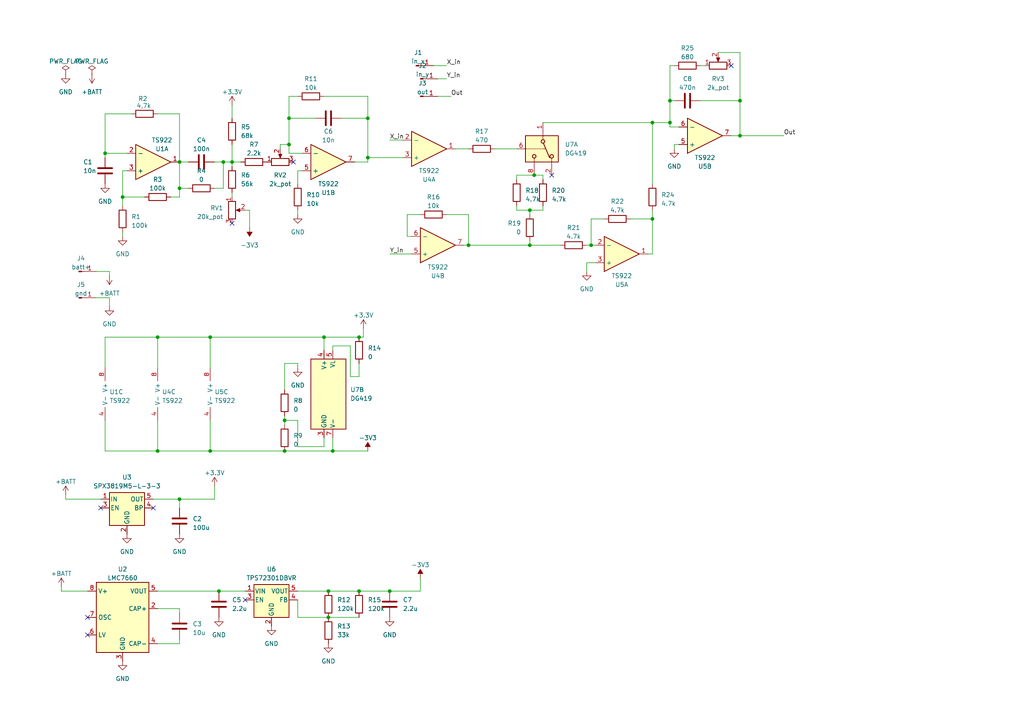
<source format=kicad_sch>
(kicad_sch (version 20230121) (generator eeschema)
  (paper "A4")
  (lib_symbols
    (symbol "Analog_Switch:DG419LDY" (pin_names (offset 0.254))
      (property "Reference" "U" (at -3.175 4.699 0))
      (property "Value" "DG419LDY" (at -3.175 2.921 0))
      (symbol "DG419LDY_1_1"
        (rectangle (start -3.81 1.905) (end 3.81 -7.62) (stroke (width 0.254)) (fill (type background)))
        (circle (center -2.159 -2.54) (radius 0.508) (stroke (width 0.254)))
        (polyline (pts (xy -5.08 -2.54) (xy -2.794 -2.54)))
        (polyline (pts (xy -1.651 -2.413) (xy 2.54 -0.635)) (stroke (width 0.254)))
        (polyline (pts (xy 0 -7.62) (xy 0 -7.112)))
        (polyline (pts (xy 0 -6.858) (xy 0 -6.604)))
        (polyline (pts (xy 0 -6.35) (xy 0 -6.096)))
        (polyline (pts (xy 0 -5.842) (xy 0 -5.588)))
        (polyline (pts (xy 0 -5.334) (xy 0 -5.08)))
        (polyline (pts (xy 0 -4.826) (xy 0 -4.572)))
        (polyline (pts (xy 0 -4.318) (xy 0 -4.064)))
        (polyline (pts (xy 0 -3.81) (xy 0 -3.556)))
        (polyline (pts (xy 0 -3.302) (xy 0 -3.048)))
        (polyline (pts (xy 0 -2.794) (xy 0 -2.54)))
        (polyline (pts (xy 0 -2.286) (xy 0 -2.032)))
        (polyline (pts (xy 0 -2.286) (xy 0 -2.032)))
        (polyline (pts (xy 5.08 -5.08) (xy 2.794 -5.08)))
        (polyline (pts (xy 5.08 0) (xy 2.794 0)))
        (circle (center 2.159 -5.08) (radius 0.508) (stroke (width 0.254)))
        (circle (center 2.159 0) (radius 0.508) (stroke (width 0.254)))
        (pin passive line (at -7.62 -2.54 0) (length 2.54) (name "~") (number "1"))
        (pin passive line (at 7.62 0 180) (length 2.54) (name "~") (number "2"))
        (pin input line (at 0 -10.16 90) (length 2.54) (name "~") (number "6"))
        (pin passive line (at 7.62 -5.08 180) (length 2.54) (name "~") (number "8"))
      )
      (symbol "DG419LDY_2_0"
        (pin power_in line (at 0 -12.7 90) (length 2.54) (name "GND") (number "3"))
        (pin power_in line (at 0 12.7 270) (length 2.54) (name "V+") (number "4"))
        (pin power_in line (at 2.54 12.7 270) (length 2.54) (name "VL") (number "5"))
        (pin power_in line (at 2.54 -12.7 90) (length 2.54) (name "V-") (number "7"))
      )
      (symbol "DG419LDY_2_1"
        (rectangle (start -3.81 10.16) (end 6.35 -10.16) (stroke (width 0.254)) (fill (type background)))
      )
    )
    (symbol "Connector:Conn_01x01_Pin" (pin_names (offset 1.016) hide)
      (property "Reference" "J" (at 0 2.54 0))
      (property "Value" "Conn_01x01_Pin" (at 0 -2.54 0))
      (symbol "Conn_01x01_Pin_1_1"
        (polyline (pts (xy 1.27 0) (xy 0.8636 0)) (stroke (width 0.1524)))
        (rectangle (start 0.8636 0.127) (end 0 -0.127) (stroke (width 0.1524)) (fill (type outline)))
        (pin passive line (at 5.08 0 180) (length 3.81) (name "Pin_1") (number "1"))
      )
    )
    (symbol "Device:C" (pin_numbers hide) (pin_names (offset 0.254))
      (property "Reference" "C" (at 0.635 2.54 0))
      (property "Value" "C" (at 0.635 -2.54 0))
      (symbol "C_0_1"
        (polyline (pts (xy -2.032 -0.762) (xy 2.032 -0.762)) (stroke (width 0.508)))
        (polyline (pts (xy -2.032 0.762) (xy 2.032 0.762)) (stroke (width 0.508)))
      )
      (symbol "C_1_1"
        (pin passive line (at 0 3.81 270) (length 2.794) (name "~") (number "1"))
        (pin passive line (at 0 -3.81 90) (length 2.794) (name "~") (number "2"))
      )
    )
    (symbol "Device:Opamp_Dual"
      (property "Reference" "U" (at 0 5.08 0))
      (property "Value" "Opamp_Dual" (at 0 -5.08 0))
      (symbol "Opamp_Dual_1_1"
        (polyline (pts (xy -5.08 5.08) (xy 5.08 0) (xy -5.08 -5.08) (xy -5.08 5.08)) (stroke (width 0.254)) (fill (type background)))
        (pin output line (at 7.62 0 180) (length 2.54) (name "~") (number "1"))
        (pin input line (at -7.62 -2.54 0) (length 2.54) (name "-") (number "2"))
        (pin input line (at -7.62 2.54 0) (length 2.54) (name "+") (number "3"))
      )
      (symbol "Opamp_Dual_2_1"
        (polyline (pts (xy -5.08 5.08) (xy 5.08 0) (xy -5.08 -5.08) (xy -5.08 5.08)) (stroke (width 0.254)) (fill (type background)))
        (pin input line (at -7.62 2.54 0) (length 2.54) (name "+") (number "5"))
        (pin input line (at -7.62 -2.54 0) (length 2.54) (name "-") (number "6"))
        (pin output line (at 7.62 0 180) (length 2.54) (name "~") (number "7"))
      )
      (symbol "Opamp_Dual_3_1"
        (pin power_in line (at -2.54 -7.62 90) (length 3.81) (name "V-") (number "4"))
        (pin power_in line (at -2.54 7.62 270) (length 3.81) (name "V+") (number "8"))
      )
    )
    (symbol "Device:R" (pin_numbers hide) (pin_names (offset 0))
      (property "Reference" "R" (at 2.032 0 90))
      (property "Value" "R" (at 0 0 90))
      (symbol "R_0_1"
        (rectangle (start -1.016 -2.54) (end 1.016 2.54) (stroke (width 0.254)))
      )
      (symbol "R_1_1"
        (pin passive line (at 0 3.81 270) (length 1.27) (name "~") (number "1"))
        (pin passive line (at 0 -3.81 90) (length 1.27) (name "~") (number "2"))
      )
    )
    (symbol "Device:R_Potentiometer" (pin_names (offset 1.016) hide)
      (property "Reference" "RV" (at -4.445 0 90))
      (property "Value" "R_Potentiometer" (at -2.54 0 90))
      (symbol "R_Potentiometer_0_1"
        (polyline (pts (xy 2.54 0) (xy 1.524 0)))
        (polyline (pts (xy 1.143 0) (xy 2.286 0.508) (xy 2.286 -0.508) (xy 1.143 0)) (fill (type outline)))
        (rectangle (start 1.016 2.54) (end -1.016 -2.54) (stroke (width 0.254)))
      )
      (symbol "R_Potentiometer_1_1"
        (pin passive line (at 0 3.81 270) (length 1.27) (name "1") (number "1"))
        (pin passive line (at 3.81 0 180) (length 1.27) (name "2") (number "2"))
        (pin passive line (at 0 -3.81 90) (length 1.27) (name "3") (number "3"))
      )
    )
    (symbol "Regulator_Linear:SPX3819M5-L-3-3" (pin_names (offset 0.254))
      (property "Reference" "U" (at -3.81 5.715 0))
      (property "Value" "SPX3819M5-L-3-3" (at 0 5.715 0))
      (symbol "SPX3819M5-L-3-3_0_1"
        (rectangle (start -5.08 4.445) (end 5.08 -5.08) (stroke (width 0.254)) (fill (type background)))
      )
      (symbol "SPX3819M5-L-3-3_1_1"
        (pin power_in line (at -7.62 2.54 0) (length 2.54) (name "IN") (number "1"))
        (pin power_in line (at 0 -7.62 90) (length 2.54) (name "GND") (number "2"))
        (pin input line (at -7.62 0 0) (length 2.54) (name "EN") (number "3"))
        (pin input line (at 7.62 0 180) (length 2.54) (name "BP") (number "4"))
        (pin power_out line (at 7.62 2.54 180) (length 2.54) (name "OUT") (number "5"))
      )
    )
    (symbol "Regulator_Linear:TPS72201" (pin_names (offset 0.254))
      (property "Reference" "U" (at -3.81 5.715 0))
      (property "Value" "TPS72201" (at 0 5.715 0))
      (symbol "TPS72201_0_1"
        (rectangle (start -5.08 4.445) (end 5.08 -5.08) (stroke (width 0.254)) (fill (type background)))
      )
      (symbol "TPS72201_1_1"
        (pin power_in line (at -7.62 2.54 0) (length 2.54) (name "VIN") (number "1"))
        (pin power_in line (at 0 -7.62 90) (length 2.54) (name "GND") (number "2"))
        (pin input line (at -7.62 0 0) (length 2.54) (name "EN") (number "3"))
        (pin input line (at 7.62 0 180) (length 2.54) (name "FB") (number "4"))
        (pin power_out line (at 7.62 2.54 180) (length 2.54) (name "VOUT") (number "5"))
      )
    )
    (symbol "Regulator_SwitchedCapacitor:LMC7660"
      (property "Reference" "U" (at -6.604 11.43 0))
      (property "Value" "LMC7660" (at 0 11.43 0))
      (symbol "LMC7660_0_1"
        (rectangle (start -7.62 10.16) (end 7.62 -10.16) (stroke (width 0.254)) (fill (type background)))
      )
      (symbol "LMC7660_1_1"
        (pin no_connect line (at -7.62 5.08 0) (length 2.54) hide (name "NC") (number "1"))
        (pin input line (at 10.16 2.54 180) (length 2.54) (name "CAP+") (number "2"))
        (pin power_in line (at 0 -12.7 90) (length 2.54) (name "GND") (number "3"))
        (pin input line (at 10.16 -7.62 180) (length 2.54) (name "CAP-") (number "4"))
        (pin power_out line (at 10.16 7.62 180) (length 2.54) (name "VOUT") (number "5"))
        (pin input line (at -10.16 -5.08 0) (length 2.54) (name "LV") (number "6"))
        (pin input line (at -10.16 0 0) (length 2.54) (name "OSC") (number "7"))
        (pin power_in line (at -10.16 7.62 0) (length 2.54) (name "V+") (number "8"))
      )
    )
    (symbol "power:+3.3V" (power) (pin_names (offset 0))
      (property "Value" "+3.3V" (at 0 3.556 0))
      (symbol "+3.3V_0_1"
        (polyline (pts (xy -0.762 1.27) (xy 0 2.54)))
        (polyline (pts (xy 0 0) (xy 0 2.54)))
        (polyline (pts (xy 0 2.54) (xy 0.762 1.27)))
      )
      (symbol "+3.3V_1_1"
        (pin power_in line (at 0 0 90) (length 0) hide (name "+3.3V") (number "1"))
      )
    )
    (symbol "power:+BATT" (power) (pin_names (offset 0))
      (property "Value" "+BATT" (at 0 3.556 0))
      (symbol "+BATT_0_1"
        (polyline (pts (xy -0.762 1.27) (xy 0 2.54)))
        (polyline (pts (xy 0 0) (xy 0 2.54)))
        (polyline (pts (xy 0 2.54) (xy 0.762 1.27)))
      )
      (symbol "+BATT_1_1"
        (pin power_in line (at 0 0 90) (length 0) hide (name "+BATT") (number "1"))
      )
    )
    (symbol "power:-3V3" (power) (pin_names (offset 0))
      (property "Value" "-3V3" (at 0 3.81 0))
      (symbol "-3V3_0_0"
        (pin power_in line (at 0 0 90) (length 0) hide (name "-3V3") (number "1"))
      )
      (symbol "-3V3_0_1"
        (polyline (pts (xy 0 0) (xy 0 1.27) (xy 0.762 1.27) (xy 0 2.54) (xy -0.762 1.27) (xy 0 1.27)) (fill (type outline)))
      )
    )
    (symbol "power:GND" (power) (pin_names (offset 0))
      (property "Value" "GND" (at 0 -3.81 0))
      (symbol "GND_0_1"
        (polyline (pts (xy 0 0) (xy 0 -1.27) (xy 1.27 -1.27) (xy 0 -2.54) (xy -1.27 -1.27) (xy 0 -1.27)))
      )
      (symbol "GND_1_1"
        (pin power_in line (at 0 0 270) (length 0) hide (name "GND") (number "1"))
      )
    )
    (symbol "power:PWR_FLAG" (power) (pin_numbers hide) (pin_names (offset 0) hide)
      (property "Value" "PWR_FLAG" (at 0 3.81 0))
      (symbol "PWR_FLAG_0_0"
        (pin power_out line (at 0 0 90) (length 0) (name "pwr") (number "1"))
      )
      (symbol "PWR_FLAG_0_1"
        (polyline (pts (xy 0 0) (xy 0 1.27) (xy -1.016 1.905) (xy 0 2.54) (xy 1.016 1.905) (xy 0 1.27)))
      )
    )
  )
  (junction (at 67.31 46.99))
  (junction (at 106.68 45.72))
  (junction (at 194.31 29.21))
  (junction (at 153.67 60.96))
  (junction (at 95.25 171.45))
  (junction (at 171.45 71.12))
  (junction (at 153.67 71.12))
  (junction (at 83.82 41.91))
  (junction (at 64.77 46.99))
  (junction (at 214.63 39.37))
  (junction (at 189.23 63.5))
  (junction (at 60.96 97.79))
  (junction (at 45.72 97.79))
  (junction (at 35.56 57.15))
  (junction (at 93.98 97.79))
  (junction (at 83.82 34.29))
  (junction (at 96.52 130.81))
  (junction (at 194.31 35.56))
  (junction (at 106.68 34.29))
  (junction (at 189.23 35.56))
  (junction (at 135.89 71.12))
  (junction (at 82.55 130.81))
  (junction (at 30.48 44.45))
  (junction (at 45.72 130.81))
  (junction (at 214.63 29.21))
  (junction (at 60.96 130.81))
  (junction (at 154.94 50.8))
  (junction (at 104.14 171.45))
  (junction (at 52.07 54.61))
  (junction (at 95.25 179.07))
  (junction (at 113.03 171.45))
  (junction (at 104.14 97.79))
  (junction (at 82.55 121.92))
  (junction (at 52.07 144.78))
  (junction (at 63.5 171.45))
  (junction (at 52.07 46.99))
  (no_connect (at 25.4 184.15))
  (no_connect (at 67.31 64.77))
  (no_connect (at 25.4 179.07))
  (no_connect (at 44.45 147.32))
  (no_connect (at 71.12 173.99))
  (no_connect (at 85.09 46.99))
  (no_connect (at 212.09 19.05))
  (no_connect (at 29.21 147.32))
  (no_connect (at 160.02 50.8))
  (wire (pts (xy 86.36 129.54) (xy 93.98 129.54)))
  (wire (pts (xy 214.63 15.24) (xy 214.63 29.21)))
  (wire (pts (xy 95.25 171.45) (xy 104.14 171.45)))
  (wire (pts (xy 118.11 62.23) (xy 118.11 68.58)))
  (wire (pts (xy 203.2 19.05) (xy 204.47 19.05)))
  (wire (pts (xy 67.31 41.91) (xy 67.31 46.99)))
  (wire (pts (xy 44.45 144.78) (xy 52.07 144.78)))
  (wire (pts (xy 87.63 49.53) (xy 86.36 49.53)))
  (wire (pts (xy 162.56 71.12) (xy 153.67 71.12)))
  (wire (pts (xy 64.77 54.61) (xy 64.77 46.99)))
  (wire (pts (xy 67.31 46.99) (xy 69.85 46.99)))
  (wire (pts (xy 60.96 121.92) (xy 60.96 130.81)))
  (wire (pts (xy 62.23 46.99) (xy 64.77 46.99)))
  (wire (pts (xy 170.18 71.12) (xy 171.45 71.12)))
  (wire (pts (xy 60.96 97.79) (xy 93.98 97.79)))
  (wire (pts (xy 52.07 185.42) (xy 52.07 186.69)))
  (wire (pts (xy 189.23 73.66) (xy 187.96 73.66)))
  (wire (pts (xy 36.83 49.53) (xy 35.56 49.53)))
  (wire (pts (xy 30.48 121.92) (xy 30.48 130.81)))
  (wire (pts (xy 182.88 63.5) (xy 189.23 63.5)))
  (wire (pts (xy 154.94 50.8) (xy 149.86 50.8)))
  (wire (pts (xy 93.98 97.79) (xy 104.14 97.79)))
  (wire (pts (xy 60.96 97.79) (xy 60.96 106.68)))
  (wire (pts (xy 195.58 19.05) (xy 194.31 19.05)))
  (wire (pts (xy 72.39 60.96) (xy 72.39 66.04)))
  (wire (pts (xy 157.48 52.07) (xy 157.48 50.8)))
  (wire (pts (xy 196.85 41.91) (xy 195.58 41.91)))
  (wire (pts (xy 149.86 59.69) (xy 149.86 60.96)))
  (wire (pts (xy 153.67 60.96) (xy 153.67 62.23)))
  (wire (pts (xy 52.07 54.61) (xy 54.61 54.61)))
  (wire (pts (xy 35.56 67.31) (xy 35.56 68.58)))
  (wire (pts (xy 63.5 171.45) (xy 71.12 171.45)))
  (wire (pts (xy 113.03 73.66) (xy 119.38 73.66)))
  (wire (pts (xy 113.03 171.45) (xy 121.92 171.45)))
  (wire (pts (xy 86.36 121.92) (xy 86.36 129.54)))
  (wire (pts (xy 106.68 130.81) (xy 96.52 130.81)))
  (wire (pts (xy 52.07 46.99) (xy 54.61 46.99)))
  (wire (pts (xy 93.98 97.79) (xy 93.98 101.6)))
  (wire (pts (xy 96.52 100.33) (xy 96.52 101.6)))
  (wire (pts (xy 153.67 60.96) (xy 157.48 60.96)))
  (wire (pts (xy 45.72 121.92) (xy 45.72 130.81)))
  (wire (pts (xy 91.44 34.29) (xy 83.82 34.29)))
  (wire (pts (xy 30.48 97.79) (xy 45.72 97.79)))
  (wire (pts (xy 81.28 41.91) (xy 83.82 41.91)))
  (wire (pts (xy 81.28 43.18) (xy 81.28 41.91)))
  (wire (pts (xy 83.82 34.29) (xy 83.82 41.91)))
  (wire (pts (xy 30.48 130.81) (xy 45.72 130.81)))
  (wire (pts (xy 135.89 71.12) (xy 153.67 71.12)))
  (wire (pts (xy 157.48 35.56) (xy 189.23 35.56)))
  (wire (pts (xy 83.82 44.45) (xy 87.63 44.45)))
  (wire (pts (xy 172.72 76.2) (xy 170.18 76.2)))
  (wire (pts (xy 154.94 50.8) (xy 157.48 50.8)))
  (wire (pts (xy 82.55 105.41) (xy 86.36 105.41)))
  (wire (pts (xy 194.31 29.21) (xy 194.31 35.56)))
  (wire (pts (xy 175.26 63.5) (xy 171.45 63.5)))
  (wire (pts (xy 212.09 39.37) (xy 214.63 39.37)))
  (wire (pts (xy 52.07 176.53) (xy 52.07 177.8)))
  (wire (pts (xy 101.6 100.33) (xy 96.52 100.33)))
  (wire (pts (xy 86.36 121.92) (xy 82.55 121.92)))
  (wire (pts (xy 45.72 97.79) (xy 60.96 97.79)))
  (wire (pts (xy 101.6 109.22) (xy 104.14 109.22)))
  (wire (pts (xy 86.36 179.07) (xy 95.25 179.07)))
  (wire (pts (xy 106.68 27.94) (xy 106.68 34.29)))
  (wire (pts (xy 194.31 19.05) (xy 194.31 29.21)))
  (wire (pts (xy 27.94 78.74) (xy 31.75 78.74)))
  (wire (pts (xy 67.31 46.99) (xy 67.31 48.26)))
  (wire (pts (xy 30.48 33.02) (xy 30.48 44.45)))
  (wire (pts (xy 60.96 130.81) (xy 82.55 130.81)))
  (wire (pts (xy 106.68 45.72) (xy 106.68 46.99)))
  (wire (pts (xy 121.92 167.64) (xy 121.92 171.45)))
  (wire (pts (xy 189.23 35.56) (xy 194.31 35.56)))
  (wire (pts (xy 96.52 127) (xy 96.52 130.81)))
  (wire (pts (xy 31.75 78.74) (xy 31.75 80.01)))
  (wire (pts (xy 52.07 46.99) (xy 52.07 54.61)))
  (wire (pts (xy 27.94 86.36) (xy 31.75 86.36)))
  (wire (pts (xy 45.72 186.69) (xy 52.07 186.69)))
  (wire (pts (xy 19.05 144.78) (xy 29.21 144.78)))
  (wire (pts (xy 71.12 60.96) (xy 72.39 60.96)))
  (wire (pts (xy 52.07 144.78) (xy 52.07 147.32)))
  (wire (pts (xy 62.23 54.61) (xy 64.77 54.61)))
  (wire (pts (xy 95.25 179.07) (xy 104.14 179.07)))
  (wire (pts (xy 52.07 54.61) (xy 52.07 57.15)))
  (wire (pts (xy 36.83 44.45) (xy 30.48 44.45)))
  (wire (pts (xy 49.53 57.15) (xy 52.07 57.15)))
  (wire (pts (xy 104.14 105.41) (xy 104.14 109.22)))
  (wire (pts (xy 135.89 62.23) (xy 135.89 71.12)))
  (wire (pts (xy 134.62 71.12) (xy 135.89 71.12)))
  (wire (pts (xy 214.63 29.21) (xy 214.63 39.37)))
  (wire (pts (xy 45.72 176.53) (xy 52.07 176.53)))
  (wire (pts (xy 214.63 39.37) (xy 227.33 39.37)))
  (wire (pts (xy 62.23 140.97) (xy 62.23 144.78)))
  (wire (pts (xy 129.54 62.23) (xy 135.89 62.23)))
  (wire (pts (xy 38.1 33.02) (xy 30.48 33.02)))
  (wire (pts (xy 83.82 41.91) (xy 83.82 44.45)))
  (wire (pts (xy 86.36 173.99) (xy 86.36 179.07)))
  (wire (pts (xy 101.6 100.33) (xy 101.6 109.22)))
  (wire (pts (xy 67.31 55.88) (xy 67.31 57.15)))
  (wire (pts (xy 45.72 33.02) (xy 52.07 33.02)))
  (wire (pts (xy 17.78 170.18) (xy 17.78 171.45)))
  (wire (pts (xy 30.48 106.68) (xy 30.48 97.79)))
  (wire (pts (xy 104.14 171.45) (xy 113.03 171.45)))
  (wire (pts (xy 189.23 63.5) (xy 189.23 73.66)))
  (wire (pts (xy 194.31 35.56) (xy 194.31 36.83)))
  (wire (pts (xy 125.73 19.05) (xy 129.54 19.05)))
  (wire (pts (xy 157.48 59.69) (xy 157.48 60.96)))
  (wire (pts (xy 121.92 62.23) (xy 118.11 62.23)))
  (wire (pts (xy 93.98 127) (xy 93.98 129.54)))
  (wire (pts (xy 106.68 34.29) (xy 106.68 45.72)))
  (wire (pts (xy 93.98 27.94) (xy 106.68 27.94)))
  (wire (pts (xy 194.31 36.83) (xy 196.85 36.83)))
  (wire (pts (xy 105.41 95.25) (xy 105.41 97.79)))
  (wire (pts (xy 45.72 97.79) (xy 45.72 106.68)))
  (wire (pts (xy 170.18 76.2) (xy 170.18 78.74)))
  (wire (pts (xy 45.72 130.81) (xy 60.96 130.81)))
  (wire (pts (xy 195.58 41.91) (xy 195.58 43.18)))
  (wire (pts (xy 171.45 63.5) (xy 171.45 71.12)))
  (wire (pts (xy 64.77 46.99) (xy 67.31 46.99)))
  (wire (pts (xy 208.28 15.24) (xy 214.63 15.24)))
  (wire (pts (xy 19.05 144.78) (xy 19.05 143.51)))
  (wire (pts (xy 99.06 34.29) (xy 106.68 34.29)))
  (wire (pts (xy 86.36 27.94) (xy 83.82 27.94)))
  (wire (pts (xy 153.67 69.85) (xy 153.67 71.12)))
  (wire (pts (xy 82.55 105.41) (xy 82.55 113.03)))
  (wire (pts (xy 86.36 105.41) (xy 86.36 106.68)))
  (wire (pts (xy 52.07 33.02) (xy 52.07 46.99)))
  (wire (pts (xy 35.56 49.53) (xy 35.56 57.15)))
  (wire (pts (xy 171.45 71.12) (xy 172.72 71.12)))
  (wire (pts (xy 35.56 59.69) (xy 35.56 57.15)))
  (wire (pts (xy 67.31 30.48) (xy 67.31 34.29)))
  (wire (pts (xy 149.86 60.96) (xy 153.67 60.96)))
  (wire (pts (xy 195.58 29.21) (xy 194.31 29.21)))
  (wire (pts (xy 82.55 120.65) (xy 82.55 121.92)))
  (wire (pts (xy 106.68 45.72) (xy 116.84 45.72)))
  (wire (pts (xy 17.78 171.45) (xy 25.4 171.45)))
  (wire (pts (xy 52.07 144.78) (xy 62.23 144.78)))
  (wire (pts (xy 86.36 60.96) (xy 86.36 62.23)))
  (wire (pts (xy 149.86 50.8) (xy 149.86 52.07)))
  (wire (pts (xy 116.84 40.64) (xy 113.03 40.64)))
  (wire (pts (xy 127 22.86) (xy 129.54 22.86)))
  (wire (pts (xy 82.55 130.81) (xy 96.52 130.81)))
  (wire (pts (xy 104.14 97.79) (xy 105.41 97.79)))
  (wire (pts (xy 45.72 171.45) (xy 63.5 171.45)))
  (wire (pts (xy 31.75 86.36) (xy 31.75 88.9)))
  (wire (pts (xy 189.23 60.96) (xy 189.23 63.5)))
  (wire (pts (xy 143.51 43.18) (xy 149.86 43.18)))
  (wire (pts (xy 127 27.94) (xy 130.81 27.94)))
  (wire (pts (xy 189.23 35.56) (xy 189.23 53.34)))
  (wire (pts (xy 30.48 44.45) (xy 30.48 45.72)))
  (wire (pts (xy 132.08 43.18) (xy 135.89 43.18)))
  (wire (pts (xy 106.68 46.99) (xy 102.87 46.99)))
  (wire (pts (xy 86.36 171.45) (xy 95.25 171.45)))
  (wire (pts (xy 118.11 68.58) (xy 119.38 68.58)))
  (wire (pts (xy 35.56 57.15) (xy 41.91 57.15)))
  (wire (pts (xy 82.55 121.92) (xy 82.55 123.19)))
  (wire (pts (xy 203.2 29.21) (xy 214.63 29.21)))
  (wire (pts (xy 86.36 49.53) (xy 86.36 53.34)))
  (wire (pts (xy 83.82 27.94) (xy 83.82 34.29)))
  (label "Y_in" (at 113.03 73.66 0))
  (label "Y_in" (at 129.54 22.86 0))
  (label "Out" (at 227.33 39.37 0))
  (label "X_in" (at 113.03 40.64 0))
  (label "X_in" (at 129.54 19.05 0))
  (label "Out" (at 130.81 27.94 0))
  (symbol (lib_id "Device:Opamp_Dual") (at 204.47 39.37 0) (mirror x) (unit 2)
    (property "Reference" "U5" (at 204.47 48.26 0))
    (property "Value" "TS922" (at 204.47 45.72 0))
    (property "Footprint" "Package_SO:SO-8_5.3x6.2mm_P1.27mm" (effects hide))
  )
  (symbol (lib_id "Device:C") (at 58.42 46.99 90) (unit 1)
    (property "Reference" "C4" (at 58.42 40.64 90))
    (property "Value" "100n" (at 58.42 43.18 90))
    (property "Footprint" "Capacitor_SMD:C_0805_2012Metric" (effects hide))
  )
  (symbol (lib_id "Device:Opamp_Dual") (at 48.26 114.3 0) (unit 3)
    (property "Reference" "U4" (at 46.99 113.665 0) (effects (justify left)))
    (property "Value" "TS922" (at 46.99 116.205 0) (effects (justify left)))
    (property "Footprint" "Package_SO:SO-8_5.3x6.2mm_P1.27mm" (effects hide))
  )
  (symbol (lib_id "Device:R") (at 35.56 63.5 0) (unit 1)
    (property "Reference" "R1" (at 38.1 62.865 0) (effects (justify left)))
    (property "Value" "100k" (at 38.1 65.405 0) (effects (justify left)))
    (property "Footprint" "Resistor_SMD:R_0805_2012Metric" (effects hide))
  )
  (symbol (lib_id "Connector:Conn_01x01_Pin") (at 120.65 19.05 0) (unit 1)
    (property "Reference" "J1" (at 121.285 15.24 0))
    (property "Value" "in_x" (at 121.285 17.78 0))
    (property "Footprint" "TestPoint:TestPoint_Pad_D2.0mm" (effects hide))
  )
  (symbol (lib_id "power:+BATT") (at 31.75 80.01 180) (unit 1)
    (property "Reference" "#PWR025" (effects hide))
    (property "Value" "+BATT" (at 31.75 85.09 0))
  )
  (symbol (lib_id "power:GND") (at 52.07 154.94 0) (unit 1)
    (property "Reference" "#PWR09" (effects hide))
    (property "Value" "GND" (at 52.07 160.02 0))
  )
  (symbol (lib_id "Device:R") (at 41.91 33.02 90) (unit 1)
    (property "Reference" "R2" (at 41.4274 28.6258 90))
    (property "Value" "4,7k" (at 41.7068 30.6578 90))
    (property "Footprint" "Resistor_SMD:R_0805_2012Metric" (effects hide))
  )
  (symbol (lib_id "power:GND") (at 63.5 179.07 0) (unit 1)
    (property "Reference" "#PWR011" (effects hide))
    (property "Value" "GND" (at 63.5 184.15 0))
  )
  (symbol (lib_id "power:GND") (at 95.25 186.69 0) (unit 1)
    (property "Reference" "#PWR017" (effects hide))
    (property "Value" "GND" (at 95.25 191.77 0))
  )
  (symbol (lib_id "Device:C") (at 113.03 175.26 0) (unit 1)
    (property "Reference" "C7" (at 116.84 173.99 0) (effects (justify left)))
    (property "Value" "2.2u" (at 116.84 176.53 0) (effects (justify left)))
    (property "Footprint" "Capacitor_SMD:C_0805_2012Metric" (effects hide))
  )
  (symbol (lib_id "power:+BATT") (at 26.67 21.59 180) (unit 1)
    (property "Reference" "#PWR04" (effects hide))
    (property "Value" "+BATT" (at 26.67 26.67 0))
  )
  (symbol (lib_id "Device:Opamp_Dual") (at 33.02 114.3 0) (unit 3)
    (property "Reference" "U1" (at 31.75 113.665 0) (effects (justify left)))
    (property "Value" "TS922" (at 31.75 116.205 0) (effects (justify left)))
    (property "Footprint" "Package_SO:SO-8_5.3x6.2mm_P1.27mm" (effects hide))
  )
  (symbol (lib_id "Device:R_Potentiometer") (at 208.28 19.05 90) (unit 1)
    (property "Reference" "RV3" (at 208.28 22.86 90))
    (property "Value" "2k_pot" (at 208.28 25.4 90))
    (property "Footprint" "Potentiometer_SMD:Potentiometer_Bourns_3224W_Vertical" (effects hide))
  )
  (symbol (lib_id "Analog_Switch:DG419LDY") (at 160.02 43.18 270) (unit 1)
    (property "Reference" "U7" (at 163.83 41.91 90) (effects (justify left)))
    (property "Value" "DG419" (at 163.83 44.45 90) (effects (justify left)))
    (property "Footprint" "Package_SO:SOIC-8_3.9x4.9mm_P1.27mm" (effects hide))
    (property "Datasheet" "https://datasheets.maximintegrated.com/en/ds/DG417-DG419.pdf" (effects hide))
  )
  (symbol (lib_id "Device:R") (at 179.07 63.5 90) (unit 1)
    (property "Reference" "R22" (at 179.07 58.42 90))
    (property "Value" "4.7k" (at 179.07 60.96 90))
    (property "Footprint" "Resistor_SMD:R_0805_2012Metric" (effects hide))
  )
  (symbol (lib_id "Device:C") (at 52.07 151.13 0) (unit 1)
    (property "Reference" "C2" (at 55.88 150.495 0) (effects (justify left)))
    (property "Value" "100u" (at 55.88 153.035 0) (effects (justify left)))
    (property "Footprint" "Capacitor_SMD:C_0805_2012Metric" (effects hide))
  )
  (symbol (lib_id "Regulator_Linear:TPS72201") (at 78.74 173.99 0) (unit 1)
    (property "Reference" "U6" (at 78.74 165.1 0))
    (property "Value" "TPS72301DBVR" (at 78.74 167.64 0))
    (property "Footprint" "Package_TO_SOT_SMD:SOT-23-5" (effects hide))
    (property "Datasheet" "http://www.ti.com/lit/ds/symlink/tps722.pdf" (effects hide))
  )
  (symbol (lib_id "Device:R") (at 104.14 175.26 0) (unit 1)
    (property "Reference" "R15" (at 106.68 173.99 0) (effects (justify left)))
    (property "Value" "120k" (at 106.68 176.53 0) (effects (justify left)))
    (property "Footprint" "Resistor_SMD:R_0805_2012Metric" (effects hide))
  )
  (symbol (lib_id "Device:Opamp_Dual") (at 124.46 43.18 0) (mirror x) (unit 1)
    (property "Reference" "U4" (at 124.46 52.07 0))
    (property "Value" "TS922" (at 124.46 49.53 0))
    (property "Footprint" "Package_SO:SO-8_5.3x6.2mm_P1.27mm" (effects hide))
  )
  (symbol (lib_id "Device:R") (at 95.25 175.26 0) (unit 1)
    (property "Reference" "R12" (at 97.79 173.99 0) (effects (justify left)))
    (property "Value" "120k" (at 97.79 176.53 0) (effects (justify left)))
    (property "Footprint" "Resistor_SMD:R_0805_2012Metric" (effects hide))
  )
  (symbol (lib_id "Device:R") (at 67.31 52.07 0) (unit 1)
    (property "Reference" "R6" (at 69.85 50.8 0) (effects (justify left)))
    (property "Value" "56k" (at 69.85 53.34 0) (effects (justify left)))
    (property "Footprint" "Resistor_SMD:R_0805_2012Metric" (effects hide))
  )
  (symbol (lib_id "Device:R_Potentiometer") (at 81.28 46.99 90) (unit 1)
    (property "Reference" "RV2" (at 81.28 50.8 90))
    (property "Value" "2k_pot" (at 81.28 53.34 90))
    (property "Footprint" "Potentiometer_THT:Potentiometer_ACP_CA9-H5_Horizontal" (effects hide))
  )
  (symbol (lib_id "Regulator_Linear:SPX3819M5-L-3-3") (at 36.83 147.32 0) (unit 1)
    (property "Reference" "U3" (at 36.83 138.43 0))
    (property "Value" "SPX3819M5-L-3-3" (at 36.83 140.97 0))
    (property "Footprint" "Package_TO_SOT_SMD:SOT-23-5" (effects hide))
    (property "Datasheet" "https://www.exar.com/content/document.ashx?id=22106&languageid=1033&type=Datasheet&partnumber=SPX3819&filename=SPX3819.pdf&part=SPX3819" (effects hide))
  )
  (symbol (lib_id "Device:R") (at 82.55 116.84 0) (unit 1)
    (property "Reference" "R8" (at 85.09 116.205 0) (effects (justify left)))
    (property "Value" "0" (at 85.09 118.745 0) (effects (justify left)))
    (property "Footprint" "Resistor_SMD:R_0805_2012Metric" (effects hide))
  )
  (symbol (lib_id "Connector:Conn_01x01_Pin") (at 121.92 27.94 0) (unit 1)
    (property "Reference" "J3" (at 122.555 24.13 0))
    (property "Value" "out" (at 122.555 26.67 0))
    (property "Footprint" "TestPoint:TestPoint_Pad_D2.0mm" (effects hide))
  )
  (symbol (lib_id "Device:R") (at 95.25 182.88 0) (unit 1)
    (property "Reference" "R13" (at 97.79 181.61 0) (effects (justify left)))
    (property "Value" "33k" (at 97.79 184.15 0) (effects (justify left)))
    (property "Footprint" "Resistor_SMD:R_0805_2012Metric" (effects hide))
  )
  (symbol (lib_id "Device:C") (at 95.25 34.29 90) (unit 1)
    (property "Reference" "C6" (at 95.25 38.1 90))
    (property "Value" "10n" (at 95.25 40.64 90))
    (property "Footprint" "Capacitor_SMD:C_0805_2012Metric" (effects hide))
  )
  (symbol (lib_id "Device:R") (at 86.36 57.15 180) (unit 1)
    (property "Reference" "R10" (at 88.9 56.515 0) (effects (justify right)))
    (property "Value" "10k" (at 88.9 59.055 0) (effects (justify right)))
    (property "Footprint" "Resistor_SMD:R_0805_2012Metric" (effects hide))
  )
  (symbol (lib_id "power:GND") (at 35.56 191.77 0) (unit 1)
    (property "Reference" "#PWR07" (effects hide))
    (property "Value" "GND" (at 35.56 196.85 0))
  )
  (symbol (lib_id "power:GND") (at 36.83 154.94 0) (unit 1)
    (property "Reference" "#PWR08" (effects hide))
    (property "Value" "GND" (at 36.83 160.02 0))
  )
  (symbol (lib_id "Device:R") (at 67.31 38.1 180) (unit 1)
    (property "Reference" "R5" (at 69.85 36.83 0) (effects (justify right)))
    (property "Value" "68k" (at 69.85 39.37 0) (effects (justify right)))
    (property "Footprint" "Resistor_SMD:R_0805_2012Metric" (effects hide))
  )
  (symbol (lib_id "power:GND") (at 86.36 62.23 0) (unit 1)
    (property "Reference" "#PWR015" (effects hide))
    (property "Value" "GND" (at 86.36 67.31 0))
  )
  (symbol (lib_id "power:GND") (at 31.75 88.9 0) (unit 1)
    (property "Reference" "#PWR024" (effects hide))
    (property "Value" "GND" (at 31.75 93.98 0))
  )
  (symbol (lib_id "Connector:Conn_01x01_Pin") (at 22.86 78.74 0) (unit 1)
    (property "Reference" "J4" (at 23.495 74.93 0))
    (property "Value" "batt+" (at 23.495 77.47 0))
    (property "Footprint" "TestPoint:TestPoint_Pad_D2.0mm" (effects hide))
  )
  (symbol (lib_id "Device:R") (at 90.17 27.94 90) (unit 1)
    (property "Reference" "R11" (at 90.17 22.86 90))
    (property "Value" "10k" (at 90.17 25.4 90))
    (property "Footprint" "Resistor_SMD:R_0805_2012Metric" (effects hide))
  )
  (symbol (lib_id "Device:R") (at 189.23 57.15 0) (unit 1)
    (property "Reference" "R24" (at 191.77 56.515 0) (effects (justify left)))
    (property "Value" "4.7k" (at 191.77 59.055 0) (effects (justify left)))
    (property "Footprint" "Resistor_SMD:R_0805_2012Metric" (effects hide))
  )
  (symbol (lib_id "power:-3V3") (at 72.39 66.04 180) (unit 1)
    (property "Reference" "#PWR013" (effects hide))
    (property "Value" "-3V3" (at 72.39 71.12 0))
  )
  (symbol (lib_id "Device:R") (at 166.37 71.12 90) (unit 1)
    (property "Reference" "R21" (at 166.37 66.04 90))
    (property "Value" "4.7k" (at 166.37 68.58 90))
    (property "Footprint" "Resistor_SMD:R_0805_2012Metric" (effects hide))
  )
  (symbol (lib_id "Device:Opamp_Dual") (at 180.34 73.66 0) (mirror x) (unit 1)
    (property "Reference" "U5" (at 180.34 82.55 0))
    (property "Value" "TS922" (at 180.34 80.01 0))
    (property "Footprint" "Package_SO:SO-8_5.3x6.2mm_P1.27mm" (effects hide))
  )
  (symbol (lib_id "Device:Opamp_Dual") (at 127 71.12 0) (mirror x) (unit 2)
    (property "Reference" "U4" (at 127 80.01 0))
    (property "Value" "TS922" (at 127 77.47 0))
    (property "Footprint" "Package_SO:SO-8_5.3x6.2mm_P1.27mm" (effects hide))
  )
  (symbol (lib_id "Analog_Switch:DG419LDY") (at 93.98 114.3 0) (unit 2)
    (property "Reference" "U7" (at 101.6 113.03 0) (effects (justify left)))
    (property "Value" "DG419" (at 101.6 115.57 0) (effects (justify left)))
    (property "Footprint" "Package_SO:SOIC-8_3.9x4.9mm_P1.27mm" (effects hide))
    (property "Datasheet" "https://datasheets.maximintegrated.com/en/ds/DG417-DG419.pdf" (effects hide))
  )
  (symbol (lib_id "power:+3.3V") (at 62.23 140.97 0) (unit 1)
    (property "Reference" "#PWR010" (effects hide))
    (property "Value" "+3.3V" (at 62.23 137.16 0))
  )
  (symbol (lib_id "Device:R") (at 199.39 19.05 90) (unit 1)
    (property "Reference" "R25" (at 199.39 13.97 90))
    (property "Value" "680" (at 199.39 16.51 90))
    (property "Footprint" "Resistor_SMD:R_0805_2012Metric" (effects hide))
  )
  (symbol (lib_id "Device:R") (at 149.86 55.88 0) (unit 1)
    (property "Reference" "R18" (at 152.4 55.245 0) (effects (justify left)))
    (property "Value" "4.7k" (at 152.4 57.785 0) (effects (justify left)))
    (property "Footprint" "Resistor_SMD:R_0805_2012Metric" (effects hide))
  )
  (symbol (lib_id "Device:R") (at 82.55 127 0) (unit 1)
    (property "Reference" "R9" (at 85.09 126.365 0) (effects (justify left)))
    (property "Value" "0" (at 85.09 128.905 0) (effects (justify left)))
    (property "Footprint" "Resistor_SMD:R_0805_2012Metric" (effects hide))
  )
  (symbol (lib_id "Device:C") (at 52.07 181.61 0) (unit 1)
    (property "Reference" "C3" (at 55.88 180.975 0) (effects (justify left)))
    (property "Value" "10u" (at 55.88 183.515 0) (effects (justify left)))
    (property "Footprint" "Capacitor_SMD:C_0805_2012Metric" (effects hide))
  )
  (symbol (lib_id "power:GND") (at 113.03 179.07 0) (unit 1)
    (property "Reference" "#PWR020" (effects hide))
    (property "Value" "GND" (at 113.03 184.15 0))
  )
  (symbol (lib_id "Device:R") (at 153.67 66.04 0) (mirror x) (unit 1)
    (property "Reference" "R19" (at 151.13 64.77 0) (effects (justify right)))
    (property "Value" "0" (at 151.13 67.31 0) (effects (justify right)))
    (property "Footprint" "Resistor_SMD:R_0805_2012Metric" (effects hide))
  )
  (symbol (lib_id "power:+BATT") (at 17.78 170.18 0) (unit 1)
    (property "Reference" "#PWR01" (effects hide))
    (property "Value" "+BATT" (at 17.78 166.37 0))
  )
  (symbol (lib_id "power:GND") (at 170.18 78.74 0) (unit 1)
    (property "Reference" "#PWR022" (effects hide))
    (property "Value" "GND" (at 170.18 83.82 0))
  )
  (symbol (lib_id "power:GND") (at 195.58 43.18 0) (unit 1)
    (property "Reference" "#PWR023" (effects hide))
    (property "Value" "GND" (at 195.58 48.26 0))
  )
  (symbol (lib_id "Device:R") (at 45.72 57.15 90) (unit 1)
    (property "Reference" "R3" (at 45.72 52.07 90))
    (property "Value" "100k" (at 45.72 54.61 90))
    (property "Footprint" "Resistor_SMD:R_0805_2012Metric" (effects hide))
  )
  (symbol (lib_id "Device:C") (at 30.48 49.53 0) (unit 1)
    (property "Reference" "C1" (at 24.13 46.99 0) (effects (justify left)))
    (property "Value" "10n" (at 24.13 49.53 0) (effects (justify left)))
    (property "Footprint" "Capacitor_SMD:C_0805_2012Metric" (effects hide))
  )
  (symbol (lib_id "Device:R") (at 139.7 43.18 90) (unit 1)
    (property "Reference" "R17" (at 139.7 38.1 90))
    (property "Value" "470" (at 139.7 40.64 90))
    (property "Footprint" "Resistor_SMD:R_0805_2012Metric" (effects hide))
  )
  (symbol (lib_id "power:GND") (at 86.36 106.68 0) (unit 1)
    (property "Reference" "#PWR016" (effects hide))
    (property "Value" "GND" (at 86.36 111.76 0))
  )
  (symbol (lib_id "Device:R") (at 157.48 55.88 0) (unit 1)
    (property "Reference" "R20" (at 160.02 55.245 0) (effects (justify left)))
    (property "Value" "4.7k" (at 160.02 57.785 0) (effects (justify left)))
    (property "Footprint" "Resistor_SMD:R_0805_2012Metric" (effects hide))
  )
  (symbol (lib_id "Device:Opamp_Dual") (at 95.25 46.99 0) (mirror x) (unit 2)
    (property "Reference" "U1" (at 95.25 55.88 0))
    (property "Value" "TS922" (at 95.25 53.34 0))
    (property "Footprint" "Package_SO:SO-8_5.3x6.2mm_P1.27mm" (effects hide))
  )
  (symbol (lib_id "Device:R") (at 73.66 46.99 90) (unit 1)
    (property "Reference" "R7" (at 73.66 41.91 90))
    (property "Value" "2.2k" (at 73.66 44.45 90))
    (property "Footprint" "Resistor_SMD:R_0805_2012Metric" (effects hide))
  )
  (symbol (lib_id "power:-3V3") (at 106.68 130.81 0) (unit 1)
    (property "Reference" "#PWR019" (effects hide))
    (property "Value" "-3V3" (at 106.68 127 0))
  )
  (symbol (lib_id "Device:R") (at 58.42 54.61 90) (unit 1)
    (property "Reference" "R4" (at 58.42 49.53 90))
    (property "Value" "0" (at 58.42 52.07 90))
    (property "Footprint" "Resistor_SMD:R_0805_2012Metric" (effects hide))
  )
  (symbol (lib_id "Device:R") (at 104.14 101.6 0) (unit 1)
    (property "Reference" "R14" (at 106.68 100.965 0) (effects (justify left)))
    (property "Value" "0" (at 106.68 103.505 0) (effects (justify left)))
    (property "Footprint" "Resistor_SMD:R_0805_2012Metric" (effects hide))
  )
  (symbol (lib_id "Device:R") (at 125.73 62.23 90) (unit 1)
    (property "Reference" "R16" (at 125.73 57.15 90))
    (property "Value" "10k" (at 125.73 59.69 90))
    (property "Footprint" "Resistor_SMD:R_0805_2012Metric" (effects hide))
  )
  (symbol (lib_id "Connector:Conn_01x01_Pin") (at 22.86 86.36 0) (unit 1)
    (property "Reference" "J5" (at 23.495 82.55 0))
    (property "Value" "gnd" (at 23.495 85.09 0))
    (property "Footprint" "TestPoint:TestPoint_Pad_D2.0mm" (effects hide))
  )
  (symbol (lib_id "Regulator_SwitchedCapacitor:LMC7660") (at 35.56 179.07 0) (unit 1)
    (property "Reference" "U2" (at 35.56 165.1 0))
    (property "Value" "LMC7660" (at 35.56 167.64 0))
    (property "Footprint" "Package_SO:SOIC-8_3.9x4.9mm_P1.27mm" (effects hide))
    (property "Datasheet" "http://www.ti.com/lit/ds/symlink/lmc7660.pdf" (effects hide))
  )
  (symbol (lib_id "power:GND") (at 35.56 68.58 0) (unit 1)
    (property "Reference" "#PWR06" (effects hide))
    (property "Value" "GND" (at 35.56 73.66 0))
  )
  (symbol (lib_id "Device:Opamp_Dual") (at 44.45 46.99 0) (mirror x) (unit 1)
    (property "Reference" "U1" (at 46.99 43.18 0))
    (property "Value" "TS922" (at 46.99 40.64 0))
    (property "Footprint" "Package_SO:SO-8_5.3x6.2mm_P1.27mm" (effects hide))
  )
  (symbol (lib_id "power:GND") (at 19.05 21.59 0) (unit 1)
    (property "Reference" "#PWR02" (effects hide))
    (property "Value" "GND" (at 19.05 26.67 0))
  )
  (symbol (lib_id "power:+BATT") (at 19.05 143.51 0) (unit 1)
    (property "Reference" "#PWR03" (effects hide))
    (property "Value" "+BATT" (at 19.05 139.7 0))
  )
  (symbol (lib_id "power:+3.3V") (at 67.31 30.48 0) (unit 1)
    (property "Reference" "#PWR012" (effects hide))
    (property "Value" "+3.3V" (at 67.31 26.67 0))
  )
  (symbol (lib_id "power:GND") (at 30.48 53.34 0) (unit 1)
    (property "Reference" "#PWR05" (effects hide))
    (property "Value" "GND" (at 30.48 58.42 0))
  )
  (symbol (lib_id "Connector:Conn_01x01_Pin") (at 121.92 22.86 0) (unit 1)
    (property "Reference" "J2" (at 122.555 19.05 0))
    (property "Value" "in_y" (at 122.555 21.59 0))
    (property "Footprint" "TestPoint:TestPoint_Pad_D2.0mm" (effects hide))
  )
  (symbol (lib_id "power:GND") (at 78.74 181.61 0) (unit 1)
    (property "Reference" "#PWR014" (effects hide))
    (property "Value" "GND" (at 78.74 186.69 0))
  )
  (symbol (lib_id "Device:Opamp_Dual") (at 63.5 114.3 0) (unit 3)
    (property "Reference" "U5" (at 62.23 113.665 0) (effects (justify left)))
    (property "Value" "TS922" (at 62.23 116.205 0) (effects (justify left)))
    (property "Footprint" "Package_SO:SO-8_5.3x6.2mm_P1.27mm" (effects hide))
  )
  (symbol (lib_id "Device:C") (at 199.39 29.21 90) (unit 1)
    (property "Reference" "C8" (at 199.39 22.86 90))
    (property "Value" "470n" (at 199.39 25.4 90))
    (property "Footprint" "Capacitor_SMD:C_0805_2012Metric" (effects hide))
  )
  (symbol (lib_id "power:+3.3V") (at 105.41 95.25 0) (unit 1)
    (property "Reference" "#PWR018" (effects hide))
    (property "Value" "+3.3V" (at 105.41 91.44 0))
  )
  (symbol (lib_id "Device:C") (at 63.5 175.26 0) (unit 1)
    (property "Reference" "C5" (at 67.31 173.99 0) (effects (justify left)))
    (property "Value" "2.2u" (at 67.31 176.53 0) (effects (justify left)))
    (property "Footprint" "Capacitor_SMD:C_0805_2012Metric" (effects hide))
  )
  (symbol (lib_id "power:PWR_FLAG") (at 19.05 21.59 0) (unit 1)
    (property "Reference" "#FLG01" (effects hide))
    (property "Value" "PWR_FLAG" (at 19.05 17.78 0))
  )
  (symbol (lib_id "power:PWR_FLAG") (at 26.67 21.59 0) (unit 1)
    (property "Reference" "#FLG02" (effects hide))
    (property "Value" "PWR_FLAG" (at 26.67 17.78 0))
  )
  (symbol (lib_id "power:-3V3") (at 121.92 167.64 0) (unit 1)
    (property "Reference" "#PWR021" (effects hide))
    (property "Value" "-3V3" (at 121.92 163.83 0))
  )
  (symbol (lib_id "Device:R_Potentiometer") (at 67.31 60.96 0) (unit 1)
    (property "Reference" "RV1" (at 64.77 60.325 0) (effects (justify right)))
    (property "Value" "20k_pot" (at 64.77 62.865 0) (effects (justify right)))
    (property "Footprint" "Potentiometer_THT:Potentiometer_Piher_PC-16_Single_Horizontal" (effects hide))
  )
)
</source>
